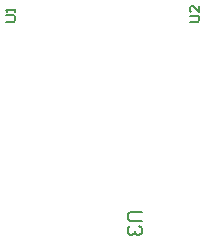
<source format=gm1>
G04*
G04 #@! TF.GenerationSoftware,Altium Limited,Altium Designer,25.2.1 (25)*
G04*
G04 Layer_Color=16711935*
%FSLAX44Y44*%
%MOMM*%
G71*
G04*
G04 #@! TF.SameCoordinates,3A3D6F5A-BCF4-428E-B5E6-7A3BCBBF857E*
G04*
G04*
G04 #@! TF.FilePolarity,Positive*
G04*
G01*
G75*
%ADD33C,0.1500*%
D33*
X773753Y953250D02*
X780417D01*
X781750Y954583D01*
Y957249D01*
X780417Y958582D01*
X773753D01*
X781750Y961247D02*
Y963913D01*
Y962580D01*
X773753D01*
X775086Y961247D01*
X929503Y953000D02*
X936167D01*
X937500Y954333D01*
Y956999D01*
X936167Y958332D01*
X929503D01*
X937500Y966329D02*
Y960997D01*
X932168Y966329D01*
X930835D01*
X929503Y964996D01*
Y962330D01*
X930835Y960997D01*
X888936Y792210D02*
X878939D01*
X876940Y790211D01*
Y786212D01*
X878939Y784213D01*
X888936D01*
X886937Y780214D02*
X888936Y778214D01*
Y774216D01*
X886937Y772216D01*
X884937D01*
X882938Y774216D01*
Y776215D01*
Y774216D01*
X880939Y772216D01*
X878939D01*
X876940Y774216D01*
Y778214D01*
X878939Y780214D01*
M02*

</source>
